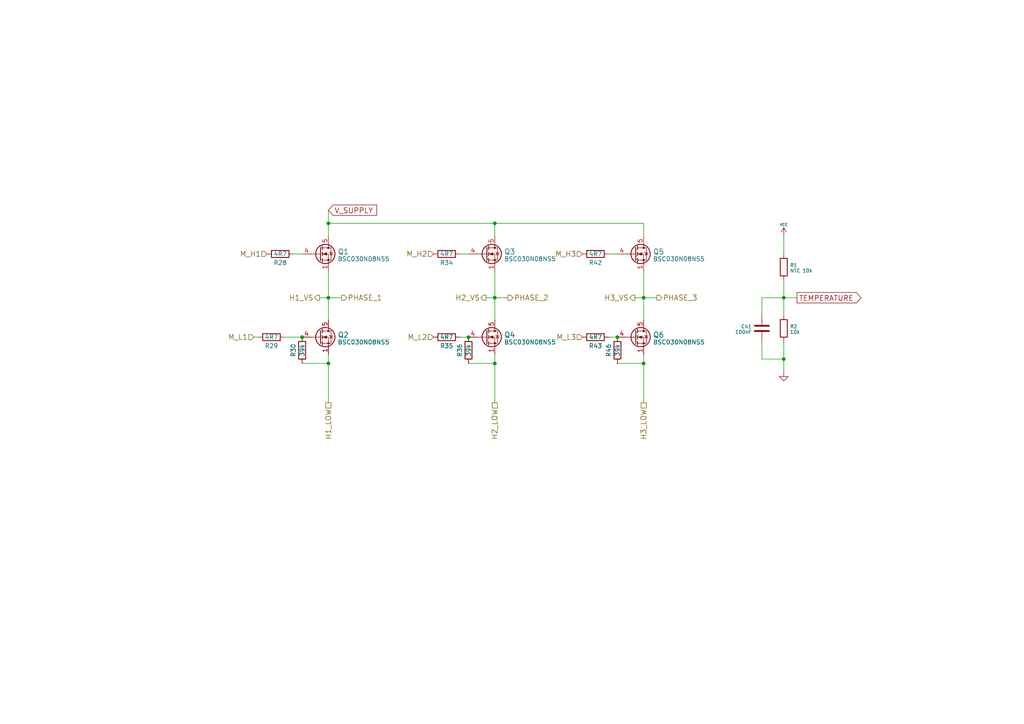
<source format=kicad_sch>
(kicad_sch (version 20230121) (generator eeschema)
  (paper "A4")
  (title_block (title "E-bike controller (based on VESC 4.10)") (date "2023-05-19") (rev "4.10-jpa") (company "Benjamin Vedder") (comment 1 "Customized by Petteri Aimonen"))
  (lib_symbols
    (symbol "Device:C" (pin_numbers hide) (pin_names (offset 0.254))
      (property "Reference" "C" (at 0.635 2.54 0))
      (property "Value" "C" (at 0.635 -2.54 0))
      (symbol "C_0_1"
        (polyline (pts (xy -2.032 -0.762) (xy 2.032 -0.762)) (stroke (width 0.508)))
        (polyline (pts (xy -2.032 0.762) (xy 2.032 0.762)) (stroke (width 0.508)))
      )
      (symbol "C_1_1"
        (pin passive line (at 0 3.81 270) (length 2.794) (name "~") (number "1"))
        (pin passive line (at 0 -3.81 90) (length 2.794) (name "~") (number "2"))
      )
    )
    (symbol "Device:R" (pin_numbers hide) (pin_names (offset 0))
      (property "Reference" "R" (at 2.032 0 90))
      (property "Value" "R" (at 0 0 90))
      (symbol "R_0_1"
        (rectangle (start -1.016 -2.54) (end 1.016 2.54) (stroke (width 0.254)))
      )
      (symbol "R_1_1"
        (pin passive line (at 0 3.81 270) (length 1.27) (name "~") (number "1"))
        (pin passive line (at 0 -3.81 90) (length 1.27) (name "~") (number "2"))
      )
    )
    (symbol "Transistor_FET:BSC030N08NS5" (pin_names hide)
      (property "Reference" "Q" (at 5.08 1.905 0))
      (property "Value" "BSC030N08NS5" (at 5.08 0 0))
      (symbol "BSC030N08NS5_0_1"
        (polyline (pts (xy 0.254 0) (xy -2.54 0)))
        (polyline (pts (xy 0.254 1.905) (xy 0.254 -1.905)) (stroke (width 0.254)))
        (polyline (pts (xy 0.762 -1.27) (xy 0.762 -2.286)) (stroke (width 0.254)))
        (polyline (pts (xy 0.762 0.508) (xy 0.762 -0.508)) (stroke (width 0.254)))
        (polyline (pts (xy 0.762 2.286) (xy 0.762 1.27)) (stroke (width 0.254)))
        (polyline (pts (xy 2.54 2.54) (xy 2.54 1.778)))
        (polyline (pts (xy 2.54 -2.54) (xy 2.54 0) (xy 0.762 0)))
        (polyline (pts (xy 0.762 -1.778) (xy 3.302 -1.778) (xy 3.302 1.778) (xy 0.762 1.778)))
        (polyline (pts (xy 1.016 0) (xy 2.032 0.381) (xy 2.032 -0.381) (xy 1.016 0)) (fill (type outline)))
        (polyline (pts (xy 2.794 0.508) (xy 2.921 0.381) (xy 3.683 0.381) (xy 3.81 0.254)))
        (polyline (pts (xy 3.302 0.381) (xy 2.921 -0.254) (xy 3.683 -0.254) (xy 3.302 0.381)))
        (circle (center 1.651 0) (radius 2.794) (stroke (width 0.254)))
        (circle (center 2.54 -1.778) (radius 0.254) (fill (type outline)))
        (circle (center 2.54 1.778) (radius 0.254) (fill (type outline)))
      )
      (symbol "BSC030N08NS5_1_1"
        (pin passive line (at 2.54 -5.08 90) (length 2.54) (name "S") (number "1"))
        (pin passive line (at 2.54 -5.08 90) (length 2.54) hide (name "S") (number "2"))
        (pin passive line (at 2.54 -5.08 90) (length 2.54) hide (name "S") (number "3"))
        (pin passive line (at -5.08 0 0) (length 2.54) (name "G") (number "4"))
        (pin passive line (at 2.54 5.08 270) (length 2.54) (name "D") (number "5"))
      )
    )
    (symbol "power:GND" (power) (pin_names (offset 0))
      (property "Value" "GND" (at 0 -3.81 0))
      (symbol "GND_0_1"
        (polyline (pts (xy 0 0) (xy 0 -1.27) (xy 1.27 -1.27) (xy 0 -2.54) (xy -1.27 -1.27) (xy 0 -1.27)))
      )
      (symbol "GND_1_1"
        (pin power_in line (at 0 0 270) (length 0) hide (name "GND") (number "1"))
      )
    )
    (symbol "power:VCC" (power) (pin_names (offset 0))
      (property "Value" "VCC" (at 0 3.81 0))
      (symbol "VCC_0_1"
        (polyline (pts (xy -0.762 1.27) (xy 0 2.54)))
        (polyline (pts (xy 0 0) (xy 0 2.54)))
        (polyline (pts (xy 0 2.54) (xy 0.762 1.27)))
      )
      (symbol "VCC_1_1"
        (pin power_in line (at 0 0 90) (length 0) hide (name "VCC") (number "1"))
      )
    )
  )
  (junction (at 186.69 105.41))
  (junction (at 135.89 97.79))
  (junction (at 95.25 105.41))
  (junction (at 227.33 86.36))
  (junction (at 143.51 105.41))
  (junction (at 186.69 86.36))
  (junction (at 143.51 64.77))
  (junction (at 95.25 86.36))
  (junction (at 143.51 86.36))
  (junction (at 227.33 104.14))
  (junction (at 95.25 64.77))
  (junction (at 87.63 97.79))
  (junction (at 179.07 97.79))
  (wire (pts (xy 85.09 73.66) (xy 87.63 73.66)))
  (wire (pts (xy 143.51 102.87) (xy 143.51 105.41)))
  (wire (pts (xy 220.98 99.06) (xy 220.98 104.14)))
  (wire (pts (xy 176.53 97.79) (xy 179.07 97.79)))
  (wire (pts (xy 176.53 73.66) (xy 179.07 73.66)))
  (wire (pts (xy 95.25 86.36) (xy 99.06 86.36)))
  (wire (pts (xy 95.25 60.96) (xy 95.25 64.77)))
  (wire (pts (xy 220.98 86.36) (xy 220.98 91.44)))
  (wire (pts (xy 143.51 86.36) (xy 143.51 92.71)))
  (wire (pts (xy 140.97 86.36) (xy 143.51 86.36)))
  (wire (pts (xy 227.33 99.06) (xy 227.33 104.14)))
  (wire (pts (xy 95.25 64.77) (xy 95.25 68.58)))
  (wire (pts (xy 95.25 64.77) (xy 143.51 64.77)))
  (wire (pts (xy 186.69 64.77) (xy 186.69 68.58)))
  (wire (pts (xy 220.98 86.36) (xy 227.33 86.36)))
  (wire (pts (xy 95.25 105.41) (xy 95.25 116.84)))
  (wire (pts (xy 82.55 97.79) (xy 87.63 97.79)))
  (wire (pts (xy 227.33 86.36) (xy 227.33 91.44)))
  (wire (pts (xy 143.51 105.41) (xy 143.51 116.84)))
  (wire (pts (xy 133.35 73.66) (xy 135.89 73.66)))
  (wire (pts (xy 143.51 64.77) (xy 143.51 68.58)))
  (wire (pts (xy 184.15 86.36) (xy 186.69 86.36)))
  (wire (pts (xy 143.51 86.36) (xy 147.32 86.36)))
  (wire (pts (xy 87.63 105.41) (xy 95.25 105.41)))
  (wire (pts (xy 143.51 78.74) (xy 143.51 86.36)))
  (wire (pts (xy 143.51 64.77) (xy 186.69 64.77)))
  (wire (pts (xy 92.71 86.36) (xy 95.25 86.36)))
  (wire (pts (xy 186.69 105.41) (xy 186.69 116.84)))
  (wire (pts (xy 227.33 68.58) (xy 227.33 73.66)))
  (wire (pts (xy 179.07 105.41) (xy 186.69 105.41)))
  (wire (pts (xy 220.98 104.14) (xy 227.33 104.14)))
  (wire (pts (xy 186.69 78.74) (xy 186.69 86.36)))
  (wire (pts (xy 135.89 105.41) (xy 143.51 105.41)))
  (wire (pts (xy 227.33 104.14) (xy 227.33 107.95)))
  (wire (pts (xy 186.69 86.36) (xy 190.5 86.36)))
  (wire (pts (xy 186.69 102.87) (xy 186.69 105.41)))
  (wire (pts (xy 227.33 86.36) (xy 231.14 86.36)))
  (wire (pts (xy 95.25 86.36) (xy 95.25 92.71)))
  (wire (pts (xy 95.25 78.74) (xy 95.25 86.36)))
  (wire (pts (xy 186.69 86.36) (xy 186.69 92.71)))
  (wire (pts (xy 73.66 97.79) (xy 74.93 97.79)))
  (wire (pts (xy 133.35 97.79) (xy 135.89 97.79)))
  (wire (pts (xy 95.25 102.87) (xy 95.25 105.41)))
  (wire (pts (xy 227.33 81.28) (xy 227.33 86.36)))
  (global_label "TEMPERATURE" (shape output) (at 231.14 86.36 0) (effects (font (size 1.524 1.524))) (property "Intersheetrefs" "${INTERSHEET_REFS}" (effects hide)))
  (global_label "V_SUPPLY" (shape input) (at 95.25 60.96 0) (effects (font (size 1.524 1.524))) (property "Intersheetrefs" "${INTERSHEET_REFS}" (effects hide)))
  (hierarchical_label "H3_VS" (shape output) (at 184.15 86.36 180) (effects (font (size 1.524 1.524))))
  (hierarchical_label "M_L2" (shape input) (at 125.73 97.79 180) (effects (font (size 1.524 1.524))))
  (hierarchical_label "H3_LOW" (shape passive) (at 186.69 116.84 270) (effects (font (size 1.524 1.524))))
  (hierarchical_label "PHASE_2" (shape output) (at 147.32 86.36 0) (effects (font (size 1.524 1.524))))
  (hierarchical_label "PHASE_3" (shape output) (at 190.5 86.36 0) (effects (font (size 1.524 1.524))))
  (hierarchical_label "H1_VS" (shape output) (at 92.71 86.36 180) (effects (font (size 1.524 1.524))))
  (hierarchical_label "M_L3" (shape input) (at 168.91 97.79 180) (effects (font (size 1.524 1.524))))
  (hierarchical_label "H1_LOW" (shape passive) (at 95.25 116.84 270) (effects (font (size 1.524 1.524))))
  (hierarchical_label "M_H3" (shape input) (at 168.91 73.66 180) (effects (font (size 1.524 1.524))))
  (hierarchical_label "PHASE_1" (shape output) (at 99.06 86.36 0) (effects (font (size 1.524 1.524))))
  (hierarchical_label "M_L1" (shape input) (at 73.66 97.79 180) (effects (font (size 1.524 1.524))))
  (hierarchical_label "M_H2" (shape input) (at 125.73 73.66 180) (effects (font (size 1.524 1.524))))
  (hierarchical_label "M_H1" (shape input) (at 77.47 73.66 180) (effects (font (size 1.524 1.524))))
  (hierarchical_label "H2_LOW" (shape passive) (at 143.51 116.84 270) (effects (font (size 1.524 1.524))))
  (hierarchical_label "H2_VS" (shape output) (at 140.97 86.36 180) (effects (font (size 1.524 1.524))))
  (symbol (lib_id "Device:R") (at 179.07 101.6 180) (unit 1)
    (property "Reference" "R46" (at 176.53 101.6 90))
    (property "Value" "39k" (at 179.07 101.6 90))
    (property "Footprint" "Resistor_SMD:R_0603_1608Metric" (effects hide))
    (property "JLCPCB" "C23153" (effects hide))
  )
  (symbol (lib_id "Device:R") (at 87.63 101.6 180) (unit 1)
    (property "Reference" "R30" (at 85.09 101.6 90))
    (property "Value" "39k" (at 87.63 101.6 90))
    (property "Footprint" "Resistor_SMD:R_0603_1608Metric" (effects hide))
    (property "JLCPCB" "C23153" (effects hide))
  )
  (symbol (lib_id "Transistor_FET:BSC030N08NS5") (at 92.71 73.66 0) (unit 1)
    (property "Reference" "Q1" (at 97.917 73.0163 0) (effects (font (size 1.524 1.524)) (justify left)))
    (property "Value" "BSC030N08NS5" (at 97.917 75.1039 0) (effects (justify left)))
    (property "Footprint" "Package_TO_SOT_SMD:TDSON-8-1" (effects hide))
    (property "Datasheet" "http://www.infineon.com/dgdl/Infineon-BSC030N08NS5-DS-v02_02-EN.pdf?fileId=5546d4624ad04ef9014aed52f4210acf" (effects hide))
    (property "JLCPCB" "C501507" (effects hide))
    (property "JLCPCBCORR" "0;0;-90" (effects hide))
  )
  (symbol (lib_id "Transistor_FET:BSC030N08NS5") (at 92.71 97.79 0) (unit 1)
    (property "Reference" "Q2" (at 97.917 97.1463 0) (effects (font (size 1.524 1.524)) (justify left)))
    (property "Value" "BSC030N08NS5" (at 97.917 99.2339 0) (effects (justify left)))
    (property "Footprint" "Package_TO_SOT_SMD:TDSON-8-1" (effects hide))
    (property "Datasheet" "http://www.infineon.com/dgdl/Infineon-BSC030N08NS5-DS-v02_02-EN.pdf?fileId=5546d4624ad04ef9014aed52f4210acf" (effects hide))
    (property "JLCPCB" "C501507" (effects hide))
    (property "JLCPCBCORR" "0;0;-90" (effects hide))
  )
  (symbol (lib_id "Device:R") (at 78.74 97.79 270) (unit 1)
    (property "Reference" "R29" (at 78.74 100.33 90))
    (property "Value" "4R7" (at 78.74 97.79 90))
    (property "Footprint" "Resistor_SMD:R_0603_1608Metric" (effects hide))
    (property "JLCPCB" "C23164" (effects hide))
  )
  (symbol (lib_id "Device:R") (at 81.28 73.66 270) (unit 1)
    (property "Reference" "R28" (at 81.28 76.2 90))
    (property "Value" "4R7" (at 81.28 73.66 90))
    (property "Footprint" "Resistor_SMD:R_0603_1608Metric" (effects hide))
    (property "JLCPCB" "C23164" (effects hide))
  )
  (symbol (lib_id "Device:R") (at 129.54 73.66 270) (unit 1)
    (property "Reference" "R34" (at 129.54 76.2 90))
    (property "Value" "4R7" (at 129.54 73.66 90))
    (property "Footprint" "Resistor_SMD:R_0603_1608Metric" (effects hide))
    (property "JLCPCB" "C23164" (effects hide))
  )
  (symbol (lib_id "Device:R") (at 129.54 97.79 270) (unit 1)
    (property "Reference" "R35" (at 129.54 100.33 90))
    (property "Value" "4R7" (at 129.54 97.79 90))
    (property "Footprint" "Resistor_SMD:R_0603_1608Metric" (effects hide))
    (property "JLCPCB" "C23164" (effects hide))
  )
  (symbol (lib_id "Transistor_FET:BSC030N08NS5") (at 140.97 97.79 0) (unit 1)
    (property "Reference" "Q4" (at 146.177 97.1463 0) (effects (font (size 1.524 1.524)) (justify left)))
    (property "Value" "BSC030N08NS5" (at 146.177 99.2339 0) (effects (justify left)))
    (property "Footprint" "Package_TO_SOT_SMD:TDSON-8-1" (effects hide))
    (property "Datasheet" "http://www.infineon.com/dgdl/Infineon-BSC030N08NS5-DS-v02_02-EN.pdf?fileId=5546d4624ad04ef9014aed52f4210acf" (effects hide))
    (property "JLCPCB" "C501507" (effects hide))
    (property "JLCPCBCORR" "0;0;-90" (effects hide))
  )
  (symbol (lib_id "Transistor_FET:BSC030N08NS5") (at 140.97 73.66 0) (unit 1)
    (property "Reference" "Q3" (at 146.177 73.0163 0) (effects (font (size 1.524 1.524)) (justify left)))
    (property "Value" "BSC030N08NS5" (at 146.177 75.1039 0) (effects (justify left)))
    (property "Footprint" "Package_TO_SOT_SMD:TDSON-8-1" (effects hide))
    (property "Datasheet" "http://www.infineon.com/dgdl/Infineon-BSC030N08NS5-DS-v02_02-EN.pdf?fileId=5546d4624ad04ef9014aed52f4210acf" (effects hide))
    (property "JLCPCB" "C501507" (effects hide))
    (property "JLCPCBCORR" "0;0;-90" (effects hide))
  )
  (symbol (lib_id "Transistor_FET:BSC030N08NS5") (at 184.15 73.66 0) (unit 1)
    (property "Reference" "Q5" (at 189.357 73.0163 0) (effects (font (size 1.524 1.524)) (justify left)))
    (property "Value" "BSC030N08NS5" (at 189.357 75.1039 0) (effects (justify left)))
    (property "Footprint" "Package_TO_SOT_SMD:TDSON-8-1" (effects hide))
    (property "Datasheet" "http://www.infineon.com/dgdl/Infineon-BSC030N08NS5-DS-v02_02-EN.pdf?fileId=5546d4624ad04ef9014aed52f4210acf" (effects hide))
    (property "JLCPCB" "C501507" (effects hide))
    (property "JLCPCBCORR" "0;0;-90" (effects hide))
  )
  (symbol (lib_id "Transistor_FET:BSC030N08NS5") (at 184.15 97.79 0) (unit 1)
    (property "Reference" "Q6" (at 189.357 97.1463 0) (effects (font (size 1.524 1.524)) (justify left)))
    (property "Value" "BSC030N08NS5" (at 189.357 99.2339 0) (effects (justify left)))
    (property "Footprint" "Package_TO_SOT_SMD:TDSON-8-1" (effects hide))
    (property "Datasheet" "http://www.infineon.com/dgdl/Infineon-BSC030N08NS5-DS-v02_02-EN.pdf?fileId=5546d4624ad04ef9014aed52f4210acf" (effects hide))
    (property "JLCPCB" "C501507" (effects hide))
    (property "JLCPCBCORR" "0;0;-90" (effects hide))
  )
  (symbol (lib_id "Device:R") (at 172.72 97.79 270) (unit 1)
    (property "Reference" "R43" (at 172.72 100.33 90))
    (property "Value" "4R7" (at 172.72 97.79 90))
    (property "Footprint" "Resistor_SMD:R_0603_1608Metric" (effects hide))
    (property "JLCPCB" "C23164" (effects hide))
  )
  (symbol (lib_id "Device:R") (at 172.72 73.66 270) (unit 1)
    (property "Reference" "R42" (at 172.72 76.2 90))
    (property "Value" "4R7" (at 172.72 73.66 90))
    (property "Footprint" "Resistor_SMD:R_0603_1608Metric" (effects hide))
    (property "JLCPCB" "C23164" (effects hide))
  )
  (symbol (lib_id "Device:R") (at 135.89 101.6 0) (unit 1)
    (property "Reference" "R36" (at 133.35 101.6 90))
    (property "Value" "39k" (at 135.89 101.6 90))
    (property "Footprint" "Resistor_SMD:R_0603_1608Metric" (effects hide))
    (property "JLCPCB" "C23153" (effects hide))
  )
  (symbol (lib_id "Device:R") (at 227.33 77.47 0) (unit 1)
    (property "Reference" "R1" (at 229.108 76.9296 0) (effects (font (size 1.016 1.016)) (justify left)))
    (property "Value" "NTC 10k" (at 229.108 78.5172 0) (effects (font (size 1.016 1.016)) (justify left)))
    (property "Footprint" "Resistor_SMD:R_0603_1608Metric" (effects hide))
    (property "JLCPCB" "C162670" (effects hide))
  )
  (symbol (lib_id "power:VCC") (at 227.33 68.58 0) (unit 1)
    (property "Reference" "#PWR018" (effects hide))
    (property "Value" "VCC" (at 227.33 65.1581 0) (effects (font (size 0.762 0.762))))
  )
  (symbol (lib_id "Device:C") (at 220.98 95.25 0) (unit 1)
    (property "Reference" "C41" (at 218.0591 94.7096 0) (effects (font (size 1.016 1.016)) (justify right)))
    (property "Value" "100nF" (at 218.0591 96.2972 0) (effects (font (size 1.016 1.016)) (justify right)))
    (property "Footprint" "Capacitor_SMD:C_0603_1608Metric" (effects hide))
    (property "JLCPCB" "C14663" (effects hide))
  )
  (symbol (lib_id "power:GND") (at 227.33 107.95 0) (unit 1)
    (property "Reference" "#PWR019" (effects hide))
    (property "Value" "GND" (effects hide))
  )
  (symbol (lib_id "Device:R") (at 227.33 95.25 0) (unit 1)
    (property "Reference" "R2" (at 229.108 94.7096 0) (effects (font (size 1.016 1.016)) (justify left)))
    (property "Value" "10k" (at 229.108 96.2972 0) (effects (font (size 1.016 1.016)) (justify left)))
    (property "Footprint" "Resistor_SMD:R_0603_1608Metric" (effects hide))
    (property "JLCPCB" "C25804" (effects hide))
  )
)
</source>
